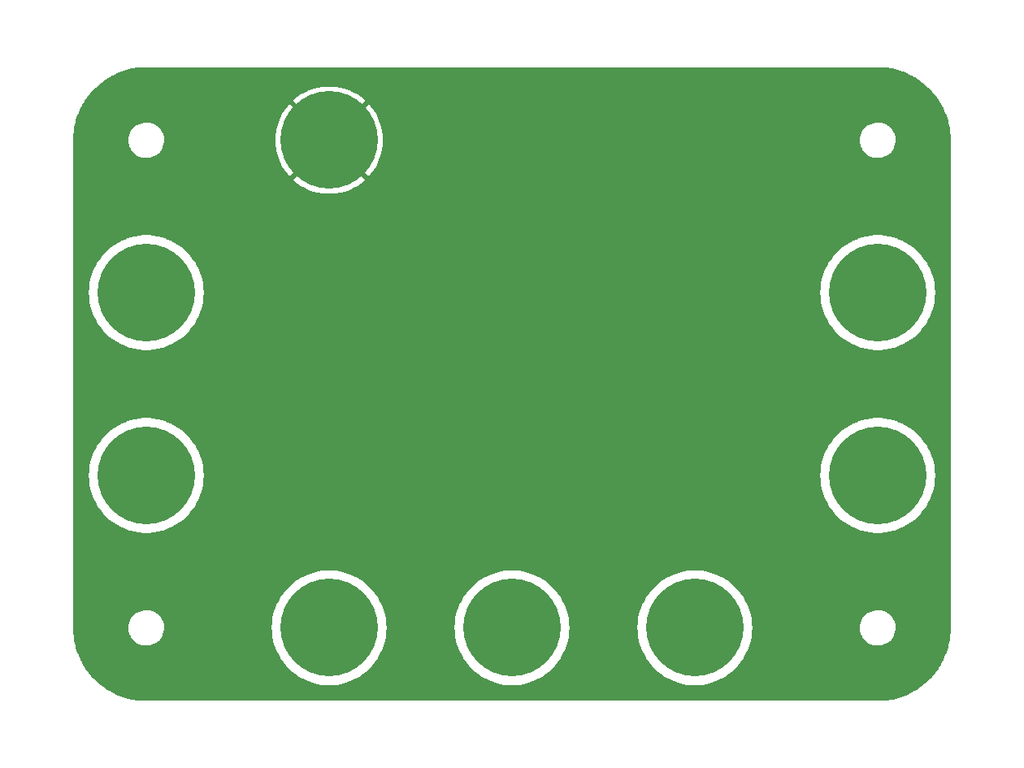
<source format=gbr>
%TF.GenerationSoftware,KiCad,Pcbnew,7.0.9*%
%TF.CreationDate,2023-11-14T16:22:47-06:00*%
%TF.ProjectId,to263-prototype,746f3236-332d-4707-926f-746f74797065,rev?*%
%TF.SameCoordinates,Original*%
%TF.FileFunction,Copper,L2,Bot*%
%TF.FilePolarity,Positive*%
%FSLAX46Y46*%
G04 Gerber Fmt 4.6, Leading zero omitted, Abs format (unit mm)*
G04 Created by KiCad (PCBNEW 7.0.9) date 2023-11-14 16:22:47*
%MOMM*%
%LPD*%
G01*
G04 APERTURE LIST*
%TA.AperFunction,ComponentPad*%
%ADD10C,10.160000*%
%TD*%
G04 APERTURE END LIST*
D10*
%TO.P,J8,1,Pin_1*%
%TO.N,GND*%
X69850000Y-50800000D03*
%TD*%
%TO.P,J4,1,Pin_1*%
%TO.N,Net-(J4-Pin_1)*%
X88900000Y-101600000D03*
%TD*%
%TO.P,J1,1,Pin_1*%
%TO.N,Net-(J1-Pin_1)*%
X50800000Y-66675000D03*
%TD*%
%TO.P,J3,1,Pin_1*%
%TO.N,Net-(J3-Pin_1)*%
X69850000Y-101600000D03*
%TD*%
%TO.P,J6,1,Pin_1*%
%TO.N,Net-(J6-Pin_1)*%
X127000000Y-85725000D03*
%TD*%
%TO.P,J5,1,Pin_1*%
%TO.N,Net-(J5-Pin_1)*%
X107950000Y-101600000D03*
%TD*%
%TO.P,J2,1,Pin_1*%
%TO.N,Net-(J2-Pin_1)*%
X50800000Y-85725000D03*
%TD*%
%TO.P,J7,1,Pin_1*%
%TO.N,Net-(J7-Pin_1)*%
X127000000Y-66675000D03*
%TD*%
%TA.AperFunction,Conductor*%
%TO.N,GND*%
G36*
X127322140Y-43191504D02*
G01*
X127522520Y-43198661D01*
X127526580Y-43198942D01*
X127814973Y-43228589D01*
X128051748Y-43254046D01*
X128055619Y-43254588D01*
X128334032Y-43302592D01*
X128575786Y-43346209D01*
X128579345Y-43346963D01*
X128841257Y-43410789D01*
X128850934Y-43413148D01*
X129092051Y-43474689D01*
X129095400Y-43475647D01*
X129360331Y-43559732D01*
X129598091Y-43638866D01*
X129601205Y-43639999D01*
X129715553Y-43685091D01*
X129858831Y-43741592D01*
X130091402Y-43837927D01*
X130094269Y-43839202D01*
X130251768Y-43914105D01*
X130343806Y-43957877D01*
X130569576Y-44070889D01*
X130572211Y-44072288D01*
X130812732Y-44207526D01*
X130898176Y-44258221D01*
X131030359Y-44336650D01*
X131032709Y-44338117D01*
X131163888Y-44424157D01*
X131263229Y-44489315D01*
X131263251Y-44489329D01*
X131472485Y-44634603D01*
X131693115Y-44801912D01*
X131891579Y-44961844D01*
X131996099Y-45052980D01*
X132100199Y-45143751D01*
X132286816Y-45317497D01*
X132482502Y-45513183D01*
X132656248Y-45699800D01*
X132708860Y-45760137D01*
X132838158Y-45908423D01*
X132947559Y-46044182D01*
X132998087Y-46106884D01*
X133165396Y-46327514D01*
X133310670Y-46536748D01*
X133461881Y-46767289D01*
X133463359Y-46769656D01*
X133592473Y-46987267D01*
X133727710Y-47227787D01*
X133729109Y-47230422D01*
X133842122Y-47456193D01*
X133960786Y-47705706D01*
X133962076Y-47708608D01*
X134058414Y-47941188D01*
X134159999Y-48198793D01*
X134161150Y-48201959D01*
X134240283Y-48439717D01*
X134324340Y-48704561D01*
X134325319Y-48707984D01*
X134386851Y-48949065D01*
X134453021Y-49220589D01*
X134453799Y-49224261D01*
X134497418Y-49466026D01*
X134545410Y-49744381D01*
X134545957Y-49748288D01*
X134571425Y-49985174D01*
X134601053Y-50273378D01*
X134601338Y-50277506D01*
X134608507Y-50478225D01*
X134619500Y-50800001D01*
X134619500Y-101599999D01*
X134608507Y-101921774D01*
X134601338Y-102122492D01*
X134601053Y-102126620D01*
X134571425Y-102414825D01*
X134545957Y-102651710D01*
X134545410Y-102655617D01*
X134497418Y-102933973D01*
X134453799Y-103175737D01*
X134453021Y-103179409D01*
X134386851Y-103450934D01*
X134325319Y-103692014D01*
X134324340Y-103695437D01*
X134240283Y-103960282D01*
X134161150Y-104198039D01*
X134160000Y-104201205D01*
X134058414Y-104458811D01*
X133962076Y-104691390D01*
X133960786Y-104694292D01*
X133842122Y-104943806D01*
X133729109Y-105169576D01*
X133727710Y-105172211D01*
X133592473Y-105412732D01*
X133463359Y-105630342D01*
X133461881Y-105632709D01*
X133310670Y-105863251D01*
X133165396Y-106072485D01*
X132998087Y-106293115D01*
X132838151Y-106491585D01*
X132656248Y-106700199D01*
X132482502Y-106886816D01*
X132286816Y-107082502D01*
X132100199Y-107256248D01*
X131891585Y-107438151D01*
X131693115Y-107598087D01*
X131472485Y-107765396D01*
X131263251Y-107910670D01*
X131032709Y-108061881D01*
X131030342Y-108063359D01*
X130812732Y-108192473D01*
X130572211Y-108327710D01*
X130569576Y-108329109D01*
X130343806Y-108442122D01*
X130094292Y-108560786D01*
X130091390Y-108562076D01*
X129858811Y-108658414D01*
X129601205Y-108760000D01*
X129598039Y-108761150D01*
X129360282Y-108840283D01*
X129095437Y-108924340D01*
X129092014Y-108925319D01*
X128850934Y-108986851D01*
X128579409Y-109053021D01*
X128575737Y-109053799D01*
X128333973Y-109097418D01*
X128055617Y-109145410D01*
X128051710Y-109145957D01*
X127814825Y-109171425D01*
X127526620Y-109201053D01*
X127522492Y-109201338D01*
X127321774Y-109208507D01*
X126999999Y-109219500D01*
X50800001Y-109219500D01*
X50478225Y-109208507D01*
X50277506Y-109201338D01*
X50273378Y-109201053D01*
X49985174Y-109171425D01*
X49748288Y-109145957D01*
X49744381Y-109145410D01*
X49466026Y-109097418D01*
X49224261Y-109053799D01*
X49220604Y-109053024D01*
X49119381Y-109028356D01*
X48949065Y-108986851D01*
X48707984Y-108925319D01*
X48704561Y-108924340D01*
X48439717Y-108840283D01*
X48201950Y-108761146D01*
X48198793Y-108759999D01*
X47941188Y-108658414D01*
X47708608Y-108562076D01*
X47705706Y-108560786D01*
X47456193Y-108442122D01*
X47230422Y-108329109D01*
X47227787Y-108327710D01*
X46987267Y-108192473D01*
X46769656Y-108063359D01*
X46767289Y-108061881D01*
X46536748Y-107910670D01*
X46327514Y-107765396D01*
X46106884Y-107598087D01*
X46023367Y-107530785D01*
X45908423Y-107438158D01*
X45760137Y-107308860D01*
X45699800Y-107256248D01*
X45513183Y-107082502D01*
X45317497Y-106886816D01*
X45143751Y-106700199D01*
X45066097Y-106611142D01*
X44961844Y-106491579D01*
X44801912Y-106293115D01*
X44634603Y-106072485D01*
X44489329Y-105863251D01*
X44338117Y-105632709D01*
X44336650Y-105630359D01*
X44207526Y-105412732D01*
X44072288Y-105172211D01*
X44070889Y-105169576D01*
X43957877Y-104943806D01*
X43918755Y-104861545D01*
X43839202Y-104694270D01*
X43837922Y-104691390D01*
X43741585Y-104458811D01*
X43639999Y-104201205D01*
X43638866Y-104198091D01*
X43559732Y-103960331D01*
X43475647Y-103695400D01*
X43474689Y-103692051D01*
X43413148Y-103450934D01*
X43402031Y-103405316D01*
X43346963Y-103179345D01*
X43346209Y-103175786D01*
X43302592Y-102934032D01*
X43254588Y-102655617D01*
X43254046Y-102651748D01*
X43228574Y-102414825D01*
X43198942Y-102126580D01*
X43198661Y-102122520D01*
X43191492Y-101921774D01*
X43182815Y-101667763D01*
X48945787Y-101667763D01*
X48975413Y-101937013D01*
X48975415Y-101937024D01*
X49024982Y-102126620D01*
X49043928Y-102199088D01*
X49149870Y-102448390D01*
X49216981Y-102558355D01*
X49290979Y-102679605D01*
X49290986Y-102679615D01*
X49464253Y-102887819D01*
X49464259Y-102887824D01*
X49515765Y-102933973D01*
X49665998Y-103068582D01*
X49891910Y-103218044D01*
X50137176Y-103333020D01*
X50137183Y-103333022D01*
X50137185Y-103333023D01*
X50396557Y-103411057D01*
X50396564Y-103411058D01*
X50396569Y-103411060D01*
X50664561Y-103450500D01*
X50664566Y-103450500D01*
X50867636Y-103450500D01*
X50919133Y-103446730D01*
X51070156Y-103435677D01*
X51206451Y-103405316D01*
X51334546Y-103376782D01*
X51334548Y-103376781D01*
X51334553Y-103376780D01*
X51587558Y-103280014D01*
X51823777Y-103147441D01*
X52038177Y-102981888D01*
X52226186Y-102786881D01*
X52383799Y-102566579D01*
X52479850Y-102379759D01*
X52507649Y-102325690D01*
X52507651Y-102325684D01*
X52507656Y-102325675D01*
X52595118Y-102069305D01*
X52644319Y-101802933D01*
X52651735Y-101600000D01*
X63875655Y-101600000D01*
X63895028Y-102080735D01*
X63909398Y-102199082D01*
X63953021Y-102558355D01*
X63953021Y-102558354D01*
X64021862Y-102895557D01*
X64049259Y-103029754D01*
X64183116Y-103491884D01*
X64340418Y-103906657D01*
X64353730Y-103941756D01*
X64362521Y-103960282D01*
X64559980Y-104376417D01*
X64741830Y-104691390D01*
X64800548Y-104793091D01*
X64856940Y-104874788D01*
X65073853Y-105189042D01*
X65378139Y-105561724D01*
X65711426Y-105908712D01*
X66071553Y-106227757D01*
X66422643Y-106491585D01*
X66456188Y-106516792D01*
X66862830Y-106773937D01*
X66862831Y-106773937D01*
X67277649Y-106991650D01*
X67288853Y-106997530D01*
X67488291Y-107082502D01*
X67731468Y-107186110D01*
X67731470Y-107186110D01*
X67731478Y-107186114D01*
X67913002Y-107246715D01*
X68187833Y-107338467D01*
X68187836Y-107338467D01*
X68187836Y-107338468D01*
X68654976Y-107453607D01*
X69129870Y-107530785D01*
X69129871Y-107530785D01*
X69609435Y-107569500D01*
X69609437Y-107569500D01*
X70090565Y-107569500D01*
X70570129Y-107530785D01*
X70570130Y-107530785D01*
X71045024Y-107453607D01*
X71512164Y-107338468D01*
X71512164Y-107338467D01*
X71512167Y-107338467D01*
X71786997Y-107246715D01*
X71968522Y-107186114D01*
X71968529Y-107186110D01*
X71968532Y-107186110D01*
X72211709Y-107082502D01*
X72411147Y-106997530D01*
X72422351Y-106991650D01*
X72837169Y-106773937D01*
X72837170Y-106773937D01*
X73243812Y-106516792D01*
X73277357Y-106491585D01*
X73628447Y-106227757D01*
X73988574Y-105908712D01*
X74321861Y-105561724D01*
X74626147Y-105189042D01*
X74843060Y-104874788D01*
X74899452Y-104793091D01*
X74958170Y-104691390D01*
X75140020Y-104376417D01*
X75337479Y-103960282D01*
X75346270Y-103941756D01*
X75359582Y-103906657D01*
X75516884Y-103491884D01*
X75650741Y-103029754D01*
X75678138Y-102895557D01*
X75746979Y-102558354D01*
X75746979Y-102558355D01*
X75790602Y-102199082D01*
X75804972Y-102080735D01*
X75824345Y-101600000D01*
X82925655Y-101600000D01*
X82945028Y-102080735D01*
X82959398Y-102199082D01*
X83003021Y-102558355D01*
X83003021Y-102558354D01*
X83071862Y-102895557D01*
X83099259Y-103029754D01*
X83233116Y-103491884D01*
X83390418Y-103906657D01*
X83403730Y-103941756D01*
X83412521Y-103960282D01*
X83609980Y-104376417D01*
X83791830Y-104691390D01*
X83850548Y-104793091D01*
X83906940Y-104874788D01*
X84123853Y-105189042D01*
X84428139Y-105561724D01*
X84761426Y-105908712D01*
X85121553Y-106227757D01*
X85472643Y-106491585D01*
X85506188Y-106516792D01*
X85912830Y-106773937D01*
X85912831Y-106773937D01*
X86327649Y-106991650D01*
X86338853Y-106997530D01*
X86538291Y-107082502D01*
X86781468Y-107186110D01*
X86781470Y-107186110D01*
X86781478Y-107186114D01*
X86963002Y-107246715D01*
X87237833Y-107338467D01*
X87237836Y-107338467D01*
X87237836Y-107338468D01*
X87704976Y-107453607D01*
X88179870Y-107530785D01*
X88179871Y-107530785D01*
X88659435Y-107569500D01*
X88659437Y-107569500D01*
X89140565Y-107569500D01*
X89620129Y-107530785D01*
X89620130Y-107530785D01*
X90095024Y-107453607D01*
X90562164Y-107338468D01*
X90562164Y-107338467D01*
X90562167Y-107338467D01*
X90836997Y-107246715D01*
X91018522Y-107186114D01*
X91018529Y-107186110D01*
X91018532Y-107186110D01*
X91261709Y-107082502D01*
X91461147Y-106997530D01*
X91472351Y-106991650D01*
X91887169Y-106773937D01*
X91887170Y-106773937D01*
X92293812Y-106516792D01*
X92327357Y-106491585D01*
X92678447Y-106227757D01*
X93038574Y-105908712D01*
X93371861Y-105561724D01*
X93676147Y-105189042D01*
X93893060Y-104874788D01*
X93949452Y-104793091D01*
X94008170Y-104691390D01*
X94190020Y-104376417D01*
X94387479Y-103960282D01*
X94396270Y-103941756D01*
X94409582Y-103906657D01*
X94566884Y-103491884D01*
X94700741Y-103029754D01*
X94728138Y-102895557D01*
X94796979Y-102558354D01*
X94796979Y-102558355D01*
X94840602Y-102199082D01*
X94854972Y-102080735D01*
X94874345Y-101600000D01*
X101975655Y-101600000D01*
X101995028Y-102080735D01*
X102009398Y-102199082D01*
X102053021Y-102558355D01*
X102053021Y-102558354D01*
X102121862Y-102895557D01*
X102149259Y-103029754D01*
X102283116Y-103491884D01*
X102440418Y-103906657D01*
X102453730Y-103941756D01*
X102462521Y-103960282D01*
X102659980Y-104376417D01*
X102841830Y-104691390D01*
X102900548Y-104793091D01*
X102956940Y-104874788D01*
X103173853Y-105189042D01*
X103478139Y-105561724D01*
X103811426Y-105908712D01*
X104171553Y-106227757D01*
X104522643Y-106491585D01*
X104556188Y-106516792D01*
X104962830Y-106773937D01*
X104962831Y-106773937D01*
X105377649Y-106991650D01*
X105388853Y-106997530D01*
X105588291Y-107082502D01*
X105831468Y-107186110D01*
X105831470Y-107186110D01*
X105831478Y-107186114D01*
X106013002Y-107246715D01*
X106287833Y-107338467D01*
X106287836Y-107338467D01*
X106287836Y-107338468D01*
X106754976Y-107453607D01*
X107229870Y-107530785D01*
X107229871Y-107530785D01*
X107709435Y-107569500D01*
X107709437Y-107569500D01*
X108190565Y-107569500D01*
X108670129Y-107530785D01*
X108670130Y-107530785D01*
X109145024Y-107453607D01*
X109612164Y-107338468D01*
X109612164Y-107338467D01*
X109612167Y-107338467D01*
X109886997Y-107246715D01*
X110068522Y-107186114D01*
X110068529Y-107186110D01*
X110068532Y-107186110D01*
X110311709Y-107082502D01*
X110511147Y-106997530D01*
X110522351Y-106991650D01*
X110937169Y-106773937D01*
X110937170Y-106773937D01*
X111343812Y-106516792D01*
X111377357Y-106491585D01*
X111728447Y-106227757D01*
X112088574Y-105908712D01*
X112421861Y-105561724D01*
X112726147Y-105189042D01*
X112943060Y-104874788D01*
X112999452Y-104793091D01*
X113058170Y-104691390D01*
X113240020Y-104376417D01*
X113437479Y-103960282D01*
X113446270Y-103941756D01*
X113459582Y-103906657D01*
X113616884Y-103491884D01*
X113750741Y-103029754D01*
X113778138Y-102895557D01*
X113846979Y-102558354D01*
X113846979Y-102558355D01*
X113890602Y-102199082D01*
X113904972Y-102080735D01*
X113921614Y-101667763D01*
X125145787Y-101667763D01*
X125175413Y-101937013D01*
X125175415Y-101937024D01*
X125224982Y-102126620D01*
X125243928Y-102199088D01*
X125349870Y-102448390D01*
X125416981Y-102558355D01*
X125490979Y-102679605D01*
X125490986Y-102679615D01*
X125664253Y-102887819D01*
X125664259Y-102887824D01*
X125715765Y-102933973D01*
X125865998Y-103068582D01*
X126091910Y-103218044D01*
X126337176Y-103333020D01*
X126337183Y-103333022D01*
X126337185Y-103333023D01*
X126596557Y-103411057D01*
X126596564Y-103411058D01*
X126596569Y-103411060D01*
X126864561Y-103450500D01*
X126864566Y-103450500D01*
X127067636Y-103450500D01*
X127119133Y-103446730D01*
X127270156Y-103435677D01*
X127406451Y-103405316D01*
X127534546Y-103376782D01*
X127534548Y-103376781D01*
X127534553Y-103376780D01*
X127787558Y-103280014D01*
X128023777Y-103147441D01*
X128238177Y-102981888D01*
X128426186Y-102786881D01*
X128583799Y-102566579D01*
X128679850Y-102379759D01*
X128707649Y-102325690D01*
X128707651Y-102325684D01*
X128707656Y-102325675D01*
X128795118Y-102069305D01*
X128844319Y-101802933D01*
X128854212Y-101532235D01*
X128824586Y-101262982D01*
X128756072Y-101000912D01*
X128650130Y-100751610D01*
X128509018Y-100520390D01*
X128419747Y-100413119D01*
X128335746Y-100312180D01*
X128335740Y-100312175D01*
X128134002Y-100131418D01*
X127908092Y-99981957D01*
X127908090Y-99981956D01*
X127662824Y-99866980D01*
X127662819Y-99866978D01*
X127662814Y-99866976D01*
X127403442Y-99788942D01*
X127403428Y-99788939D01*
X127287791Y-99771921D01*
X127135439Y-99749500D01*
X126932369Y-99749500D01*
X126932364Y-99749500D01*
X126729844Y-99764323D01*
X126729831Y-99764325D01*
X126465453Y-99823217D01*
X126465446Y-99823220D01*
X126212439Y-99919987D01*
X125976226Y-100052557D01*
X125761822Y-100218112D01*
X125573822Y-100413109D01*
X125573816Y-100413116D01*
X125416202Y-100633419D01*
X125416199Y-100633424D01*
X125292350Y-100874309D01*
X125292343Y-100874327D01*
X125204884Y-101130685D01*
X125204881Y-101130699D01*
X125155681Y-101397068D01*
X125155680Y-101397075D01*
X125145787Y-101667763D01*
X113921614Y-101667763D01*
X113924345Y-101600000D01*
X113904972Y-101119265D01*
X113846979Y-100641648D01*
X113846979Y-100641646D01*
X113846978Y-100641645D01*
X113750740Y-100170241D01*
X113616884Y-99708116D01*
X113446275Y-99258256D01*
X113446272Y-99258251D01*
X113446270Y-99258244D01*
X113333599Y-99020797D01*
X113240020Y-98823583D01*
X112999457Y-98406917D01*
X112999454Y-98406913D01*
X112999452Y-98406909D01*
X112911359Y-98279285D01*
X112726147Y-98010958D01*
X112421861Y-97638276D01*
X112088574Y-97291288D01*
X111728447Y-96972243D01*
X111343815Y-96683210D01*
X110937173Y-96426065D01*
X110937170Y-96426063D01*
X110937169Y-96426063D01*
X110511147Y-96202470D01*
X110183872Y-96063031D01*
X110068532Y-96013890D01*
X110068529Y-96013889D01*
X110068522Y-96013886D01*
X109886997Y-95953284D01*
X109612167Y-95861533D01*
X109612164Y-95861532D01*
X109145024Y-95746393D01*
X108670130Y-95669215D01*
X108670129Y-95669215D01*
X108190565Y-95630500D01*
X108190563Y-95630500D01*
X107709437Y-95630500D01*
X107709435Y-95630500D01*
X107229871Y-95669215D01*
X107229870Y-95669215D01*
X106754976Y-95746393D01*
X106287836Y-95861532D01*
X106287833Y-95861533D01*
X106013002Y-95953284D01*
X105831478Y-96013886D01*
X105831470Y-96013889D01*
X105831468Y-96013890D01*
X105716128Y-96063031D01*
X105388853Y-96202470D01*
X104962832Y-96426063D01*
X104962831Y-96426063D01*
X104962828Y-96426065D01*
X104556185Y-96683210D01*
X104171553Y-96972243D01*
X103811426Y-97291288D01*
X103478139Y-97638276D01*
X103173853Y-98010958D01*
X102988640Y-98279285D01*
X102900548Y-98406909D01*
X102900545Y-98406913D01*
X102900543Y-98406917D01*
X102659980Y-98823583D01*
X102566400Y-99020797D01*
X102453730Y-99258244D01*
X102453727Y-99258251D01*
X102453725Y-99258256D01*
X102283116Y-99708116D01*
X102149260Y-100170241D01*
X102053021Y-100641645D01*
X102053021Y-100641646D01*
X102053021Y-100641648D01*
X101995028Y-101119265D01*
X101975655Y-101600000D01*
X94874345Y-101600000D01*
X94854972Y-101119265D01*
X94796979Y-100641648D01*
X94796979Y-100641646D01*
X94796978Y-100641645D01*
X94700740Y-100170241D01*
X94566884Y-99708116D01*
X94396275Y-99258256D01*
X94396272Y-99258251D01*
X94396270Y-99258244D01*
X94283599Y-99020797D01*
X94190020Y-98823583D01*
X93949457Y-98406917D01*
X93949454Y-98406913D01*
X93949452Y-98406909D01*
X93861359Y-98279285D01*
X93676147Y-98010958D01*
X93371861Y-97638276D01*
X93038574Y-97291288D01*
X92678447Y-96972243D01*
X92293815Y-96683210D01*
X91887173Y-96426065D01*
X91887170Y-96426063D01*
X91887169Y-96426063D01*
X91461147Y-96202470D01*
X91133872Y-96063031D01*
X91018532Y-96013890D01*
X91018529Y-96013889D01*
X91018522Y-96013886D01*
X90836997Y-95953284D01*
X90562167Y-95861533D01*
X90562164Y-95861532D01*
X90095024Y-95746393D01*
X89620130Y-95669215D01*
X89620129Y-95669215D01*
X89140565Y-95630500D01*
X89140563Y-95630500D01*
X88659437Y-95630500D01*
X88659435Y-95630500D01*
X88179871Y-95669215D01*
X88179870Y-95669215D01*
X87704976Y-95746393D01*
X87237836Y-95861532D01*
X87237833Y-95861533D01*
X86963002Y-95953284D01*
X86781478Y-96013886D01*
X86781470Y-96013889D01*
X86781468Y-96013890D01*
X86666128Y-96063031D01*
X86338853Y-96202470D01*
X85912832Y-96426063D01*
X85912831Y-96426063D01*
X85912828Y-96426065D01*
X85506185Y-96683210D01*
X85121553Y-96972243D01*
X84761426Y-97291288D01*
X84428139Y-97638276D01*
X84123853Y-98010958D01*
X83938640Y-98279285D01*
X83850548Y-98406909D01*
X83850545Y-98406913D01*
X83850543Y-98406917D01*
X83609980Y-98823583D01*
X83516400Y-99020797D01*
X83403730Y-99258244D01*
X83403727Y-99258251D01*
X83403725Y-99258256D01*
X83233116Y-99708116D01*
X83099260Y-100170241D01*
X83003021Y-100641645D01*
X83003021Y-100641646D01*
X83003021Y-100641648D01*
X82945028Y-101119265D01*
X82925655Y-101600000D01*
X75824345Y-101600000D01*
X75804972Y-101119265D01*
X75746979Y-100641648D01*
X75746979Y-100641646D01*
X75746978Y-100641645D01*
X75650740Y-100170241D01*
X75516884Y-99708116D01*
X75346275Y-99258256D01*
X75346272Y-99258251D01*
X75346270Y-99258244D01*
X75233599Y-99020797D01*
X75140020Y-98823583D01*
X74899457Y-98406917D01*
X74899454Y-98406913D01*
X74899452Y-98406909D01*
X74811359Y-98279285D01*
X74626147Y-98010958D01*
X74321861Y-97638276D01*
X73988574Y-97291288D01*
X73628447Y-96972243D01*
X73243815Y-96683210D01*
X72837173Y-96426065D01*
X72837170Y-96426063D01*
X72837169Y-96426063D01*
X72411147Y-96202470D01*
X72083872Y-96063031D01*
X71968532Y-96013890D01*
X71968529Y-96013889D01*
X71968522Y-96013886D01*
X71786997Y-95953284D01*
X71512167Y-95861533D01*
X71512164Y-95861532D01*
X71045024Y-95746393D01*
X70570130Y-95669215D01*
X70570129Y-95669215D01*
X70090565Y-95630500D01*
X70090563Y-95630500D01*
X69609437Y-95630500D01*
X69609435Y-95630500D01*
X69129871Y-95669215D01*
X69129870Y-95669215D01*
X68654976Y-95746393D01*
X68187836Y-95861532D01*
X68187833Y-95861533D01*
X67913002Y-95953284D01*
X67731478Y-96013886D01*
X67731470Y-96013889D01*
X67731468Y-96013890D01*
X67616128Y-96063031D01*
X67288853Y-96202470D01*
X66862832Y-96426063D01*
X66862831Y-96426063D01*
X66862828Y-96426065D01*
X66456185Y-96683210D01*
X66071553Y-96972243D01*
X65711426Y-97291288D01*
X65378139Y-97638276D01*
X65073853Y-98010958D01*
X64888640Y-98279285D01*
X64800548Y-98406909D01*
X64800545Y-98406913D01*
X64800543Y-98406917D01*
X64559980Y-98823583D01*
X64466400Y-99020797D01*
X64353730Y-99258244D01*
X64353727Y-99258251D01*
X64353725Y-99258256D01*
X64183116Y-99708116D01*
X64049260Y-100170241D01*
X63953021Y-100641645D01*
X63953021Y-100641646D01*
X63953021Y-100641648D01*
X63895028Y-101119265D01*
X63875655Y-101600000D01*
X52651735Y-101600000D01*
X52654212Y-101532235D01*
X52624586Y-101262982D01*
X52556072Y-101000912D01*
X52450130Y-100751610D01*
X52309018Y-100520390D01*
X52219747Y-100413119D01*
X52135746Y-100312180D01*
X52135740Y-100312175D01*
X51934002Y-100131418D01*
X51708092Y-99981957D01*
X51708090Y-99981956D01*
X51462824Y-99866980D01*
X51462819Y-99866978D01*
X51462814Y-99866976D01*
X51203442Y-99788942D01*
X51203428Y-99788939D01*
X51087791Y-99771921D01*
X50935439Y-99749500D01*
X50732369Y-99749500D01*
X50732364Y-99749500D01*
X50529844Y-99764323D01*
X50529831Y-99764325D01*
X50265453Y-99823217D01*
X50265446Y-99823220D01*
X50012439Y-99919987D01*
X49776226Y-100052557D01*
X49561822Y-100218112D01*
X49373822Y-100413109D01*
X49373816Y-100413116D01*
X49216202Y-100633419D01*
X49216199Y-100633424D01*
X49092350Y-100874309D01*
X49092343Y-100874327D01*
X49004884Y-101130685D01*
X49004881Y-101130699D01*
X48955681Y-101397068D01*
X48955680Y-101397075D01*
X48945787Y-101667763D01*
X43182815Y-101667763D01*
X43180500Y-101600000D01*
X43180500Y-101599500D01*
X43180500Y-85725001D01*
X44825655Y-85725001D01*
X44845028Y-86205734D01*
X44903021Y-86683355D01*
X44903021Y-86683354D01*
X44999259Y-87154754D01*
X45133116Y-87616884D01*
X45133119Y-87616893D01*
X45303730Y-88066756D01*
X45416400Y-88304202D01*
X45509980Y-88501417D01*
X45509982Y-88501420D01*
X45750548Y-88918091D01*
X45838640Y-89045714D01*
X46023853Y-89314042D01*
X46328139Y-89686724D01*
X46328142Y-89686727D01*
X46661427Y-90033713D01*
X47021553Y-90352757D01*
X47406188Y-90641792D01*
X47812830Y-90898937D01*
X47812831Y-90898937D01*
X48238853Y-91122530D01*
X48566128Y-91261968D01*
X48681468Y-91311110D01*
X48681470Y-91311110D01*
X48681478Y-91311114D01*
X48863002Y-91371715D01*
X49137833Y-91463467D01*
X49137836Y-91463467D01*
X49137836Y-91463468D01*
X49604976Y-91578607D01*
X50079870Y-91655785D01*
X50079871Y-91655785D01*
X50559435Y-91694500D01*
X50559437Y-91694500D01*
X51040565Y-91694500D01*
X51520129Y-91655785D01*
X51520130Y-91655785D01*
X51995024Y-91578607D01*
X52462164Y-91463468D01*
X52462164Y-91463467D01*
X52462167Y-91463467D01*
X52736997Y-91371715D01*
X52918522Y-91311114D01*
X52918529Y-91311110D01*
X52918532Y-91311110D01*
X53033872Y-91261968D01*
X53361147Y-91122530D01*
X53787169Y-90898937D01*
X53787170Y-90898937D01*
X54193812Y-90641792D01*
X54578447Y-90352757D01*
X54938573Y-90033713D01*
X55271858Y-89686727D01*
X55271857Y-89686727D01*
X55271861Y-89686724D01*
X55576147Y-89314042D01*
X55761359Y-89045714D01*
X55849452Y-88918091D01*
X56090018Y-88501420D01*
X56090020Y-88501417D01*
X56183599Y-88304202D01*
X56296270Y-88066756D01*
X56466881Y-87616893D01*
X56466884Y-87616884D01*
X56600741Y-87154754D01*
X56696979Y-86683354D01*
X56696979Y-86683355D01*
X56754972Y-86205734D01*
X56774345Y-85725001D01*
X121025655Y-85725001D01*
X121045028Y-86205734D01*
X121103021Y-86683355D01*
X121103021Y-86683354D01*
X121199259Y-87154754D01*
X121333116Y-87616884D01*
X121333119Y-87616893D01*
X121503730Y-88066756D01*
X121616400Y-88304202D01*
X121709980Y-88501417D01*
X121709982Y-88501420D01*
X121950548Y-88918091D01*
X122038640Y-89045714D01*
X122223853Y-89314042D01*
X122528139Y-89686724D01*
X122528142Y-89686727D01*
X122861427Y-90033713D01*
X123221553Y-90352757D01*
X123606188Y-90641792D01*
X124012830Y-90898937D01*
X124012831Y-90898937D01*
X124438853Y-91122530D01*
X124766128Y-91261968D01*
X124881468Y-91311110D01*
X124881470Y-91311110D01*
X124881478Y-91311114D01*
X125063002Y-91371715D01*
X125337833Y-91463467D01*
X125337836Y-91463467D01*
X125337836Y-91463468D01*
X125804976Y-91578607D01*
X126279870Y-91655785D01*
X126279871Y-91655785D01*
X126759435Y-91694500D01*
X126759437Y-91694500D01*
X127240565Y-91694500D01*
X127720129Y-91655785D01*
X127720130Y-91655785D01*
X128195024Y-91578607D01*
X128662164Y-91463468D01*
X128662164Y-91463467D01*
X128662167Y-91463467D01*
X128936997Y-91371715D01*
X129118522Y-91311114D01*
X129118529Y-91311110D01*
X129118532Y-91311110D01*
X129233872Y-91261968D01*
X129561147Y-91122530D01*
X129987169Y-90898937D01*
X129987170Y-90898937D01*
X130393812Y-90641792D01*
X130778447Y-90352757D01*
X131138573Y-90033713D01*
X131471858Y-89686727D01*
X131471857Y-89686727D01*
X131471861Y-89686724D01*
X131776147Y-89314042D01*
X131961359Y-89045714D01*
X132049452Y-88918091D01*
X132290018Y-88501420D01*
X132290020Y-88501417D01*
X132383599Y-88304202D01*
X132496270Y-88066756D01*
X132666881Y-87616893D01*
X132666884Y-87616884D01*
X132800741Y-87154754D01*
X132896979Y-86683354D01*
X132896979Y-86683355D01*
X132954972Y-86205734D01*
X132974345Y-85725001D01*
X132974345Y-85724999D01*
X132954972Y-85244266D01*
X132896979Y-84766645D01*
X132896979Y-84766646D01*
X132800740Y-84295241D01*
X132666884Y-83833116D01*
X132496275Y-83383256D01*
X132496272Y-83383251D01*
X132496270Y-83383244D01*
X132383599Y-83145797D01*
X132290020Y-82948583D01*
X132049457Y-82531917D01*
X132049454Y-82531913D01*
X132049452Y-82531909D01*
X131961359Y-82404285D01*
X131776147Y-82135958D01*
X131471861Y-81763276D01*
X131138574Y-81416288D01*
X130778447Y-81097243D01*
X130393815Y-80808210D01*
X129987173Y-80551065D01*
X129987170Y-80551063D01*
X129987169Y-80551063D01*
X129561147Y-80327470D01*
X129233872Y-80188031D01*
X129118532Y-80138890D01*
X129118529Y-80138889D01*
X129118522Y-80138886D01*
X128936997Y-80078284D01*
X128662167Y-79986533D01*
X128662164Y-79986532D01*
X128195024Y-79871393D01*
X127720130Y-79794215D01*
X127720129Y-79794215D01*
X127240565Y-79755500D01*
X127240563Y-79755500D01*
X126759437Y-79755500D01*
X126759435Y-79755500D01*
X126279871Y-79794215D01*
X126279870Y-79794215D01*
X125804976Y-79871393D01*
X125337836Y-79986532D01*
X125337833Y-79986533D01*
X125063002Y-80078284D01*
X124881478Y-80138886D01*
X124881470Y-80138889D01*
X124881468Y-80138890D01*
X124766128Y-80188031D01*
X124438853Y-80327470D01*
X124012832Y-80551063D01*
X124012831Y-80551063D01*
X124012828Y-80551065D01*
X123606185Y-80808210D01*
X123221553Y-81097243D01*
X122861426Y-81416288D01*
X122528139Y-81763276D01*
X122223853Y-82135958D01*
X122038640Y-82404285D01*
X121950548Y-82531909D01*
X121950545Y-82531913D01*
X121950543Y-82531917D01*
X121709980Y-82948583D01*
X121616400Y-83145797D01*
X121503730Y-83383244D01*
X121503727Y-83383251D01*
X121503725Y-83383256D01*
X121333116Y-83833116D01*
X121199260Y-84295241D01*
X121103021Y-84766646D01*
X121103021Y-84766645D01*
X121045028Y-85244266D01*
X121025655Y-85724999D01*
X121025655Y-85725001D01*
X56774345Y-85725001D01*
X56774345Y-85724999D01*
X56754972Y-85244266D01*
X56696979Y-84766645D01*
X56696979Y-84766646D01*
X56600740Y-84295241D01*
X56466884Y-83833116D01*
X56296275Y-83383256D01*
X56296272Y-83383251D01*
X56296270Y-83383244D01*
X56183599Y-83145797D01*
X56090020Y-82948583D01*
X55849457Y-82531917D01*
X55849454Y-82531913D01*
X55849452Y-82531909D01*
X55761359Y-82404285D01*
X55576147Y-82135958D01*
X55271861Y-81763276D01*
X54938574Y-81416288D01*
X54578447Y-81097243D01*
X54193815Y-80808210D01*
X53787173Y-80551065D01*
X53787170Y-80551063D01*
X53787169Y-80551063D01*
X53361147Y-80327470D01*
X53033872Y-80188031D01*
X52918532Y-80138890D01*
X52918529Y-80138889D01*
X52918522Y-80138886D01*
X52736997Y-80078284D01*
X52462167Y-79986533D01*
X52462164Y-79986532D01*
X51995024Y-79871393D01*
X51520130Y-79794215D01*
X51520129Y-79794215D01*
X51040565Y-79755500D01*
X51040563Y-79755500D01*
X50559437Y-79755500D01*
X50559435Y-79755500D01*
X50079871Y-79794215D01*
X50079870Y-79794215D01*
X49604976Y-79871393D01*
X49137836Y-79986532D01*
X49137833Y-79986533D01*
X48863002Y-80078284D01*
X48681478Y-80138886D01*
X48681470Y-80138889D01*
X48681468Y-80138890D01*
X48566128Y-80188031D01*
X48238853Y-80327470D01*
X47812832Y-80551063D01*
X47812831Y-80551063D01*
X47812828Y-80551065D01*
X47406185Y-80808210D01*
X47021553Y-81097243D01*
X46661426Y-81416288D01*
X46328139Y-81763276D01*
X46023853Y-82135958D01*
X45838640Y-82404285D01*
X45750548Y-82531909D01*
X45750545Y-82531913D01*
X45750543Y-82531917D01*
X45509980Y-82948583D01*
X45416400Y-83145797D01*
X45303730Y-83383244D01*
X45303727Y-83383251D01*
X45303725Y-83383256D01*
X45133116Y-83833116D01*
X44999260Y-84295241D01*
X44903021Y-84766646D01*
X44903021Y-84766645D01*
X44845028Y-85244266D01*
X44825655Y-85724999D01*
X44825655Y-85725001D01*
X43180500Y-85725001D01*
X43180500Y-66675001D01*
X44825655Y-66675001D01*
X44845028Y-67155734D01*
X44903021Y-67633355D01*
X44903021Y-67633354D01*
X44999259Y-68104754D01*
X45133116Y-68566884D01*
X45133119Y-68566893D01*
X45303730Y-69016756D01*
X45416400Y-69254202D01*
X45509980Y-69451417D01*
X45509982Y-69451420D01*
X45750548Y-69868091D01*
X45838640Y-69995714D01*
X46023853Y-70264042D01*
X46328139Y-70636724D01*
X46328142Y-70636727D01*
X46661427Y-70983713D01*
X47021553Y-71302757D01*
X47406188Y-71591792D01*
X47812830Y-71848937D01*
X47812831Y-71848937D01*
X48238853Y-72072530D01*
X48566128Y-72211968D01*
X48681468Y-72261110D01*
X48681470Y-72261110D01*
X48681478Y-72261114D01*
X48863002Y-72321715D01*
X49137833Y-72413467D01*
X49137836Y-72413467D01*
X49137836Y-72413468D01*
X49604976Y-72528607D01*
X50079870Y-72605785D01*
X50079871Y-72605785D01*
X50559435Y-72644500D01*
X50559437Y-72644500D01*
X51040565Y-72644500D01*
X51520129Y-72605785D01*
X51520130Y-72605785D01*
X51995024Y-72528607D01*
X52462164Y-72413468D01*
X52462164Y-72413467D01*
X52462167Y-72413467D01*
X52736997Y-72321715D01*
X52918522Y-72261114D01*
X52918529Y-72261110D01*
X52918532Y-72261110D01*
X53033872Y-72211968D01*
X53361147Y-72072530D01*
X53787169Y-71848937D01*
X53787170Y-71848937D01*
X54193812Y-71591792D01*
X54578447Y-71302757D01*
X54938573Y-70983713D01*
X55271858Y-70636727D01*
X55271857Y-70636727D01*
X55271861Y-70636724D01*
X55576147Y-70264042D01*
X55761359Y-69995714D01*
X55849452Y-69868091D01*
X56090018Y-69451420D01*
X56090020Y-69451417D01*
X56183599Y-69254202D01*
X56296270Y-69016756D01*
X56466881Y-68566893D01*
X56466884Y-68566884D01*
X56600741Y-68104754D01*
X56696979Y-67633354D01*
X56696979Y-67633355D01*
X56754972Y-67155734D01*
X56774345Y-66675001D01*
X121025655Y-66675001D01*
X121045028Y-67155734D01*
X121103021Y-67633355D01*
X121103021Y-67633354D01*
X121199259Y-68104754D01*
X121333116Y-68566884D01*
X121333119Y-68566893D01*
X121503730Y-69016756D01*
X121616400Y-69254202D01*
X121709980Y-69451417D01*
X121709982Y-69451420D01*
X121950548Y-69868091D01*
X122038640Y-69995714D01*
X122223853Y-70264042D01*
X122528139Y-70636724D01*
X122528142Y-70636727D01*
X122861427Y-70983713D01*
X123221553Y-71302757D01*
X123606188Y-71591792D01*
X124012830Y-71848937D01*
X124012831Y-71848937D01*
X124438853Y-72072530D01*
X124766128Y-72211968D01*
X124881468Y-72261110D01*
X124881470Y-72261110D01*
X124881478Y-72261114D01*
X125063002Y-72321715D01*
X125337833Y-72413467D01*
X125337836Y-72413467D01*
X125337836Y-72413468D01*
X125804976Y-72528607D01*
X126279870Y-72605785D01*
X126279871Y-72605785D01*
X126759435Y-72644500D01*
X126759437Y-72644500D01*
X127240565Y-72644500D01*
X127720129Y-72605785D01*
X127720130Y-72605785D01*
X128195024Y-72528607D01*
X128662164Y-72413468D01*
X128662164Y-72413467D01*
X128662167Y-72413467D01*
X128936997Y-72321715D01*
X129118522Y-72261114D01*
X129118529Y-72261110D01*
X129118532Y-72261110D01*
X129233872Y-72211968D01*
X129561147Y-72072530D01*
X129987169Y-71848937D01*
X129987170Y-71848937D01*
X130393812Y-71591792D01*
X130778447Y-71302757D01*
X131138573Y-70983713D01*
X131471858Y-70636727D01*
X131471857Y-70636727D01*
X131471861Y-70636724D01*
X131776147Y-70264042D01*
X131961359Y-69995714D01*
X132049452Y-69868091D01*
X132290018Y-69451420D01*
X132290020Y-69451417D01*
X132383599Y-69254202D01*
X132496270Y-69016756D01*
X132666881Y-68566893D01*
X132666884Y-68566884D01*
X132800741Y-68104754D01*
X132896979Y-67633354D01*
X132896979Y-67633355D01*
X132954972Y-67155734D01*
X132974345Y-66675001D01*
X132974345Y-66674999D01*
X132954972Y-66194266D01*
X132896979Y-65716645D01*
X132896979Y-65716646D01*
X132800740Y-65245241D01*
X132666884Y-64783116D01*
X132496275Y-64333256D01*
X132496272Y-64333251D01*
X132496270Y-64333244D01*
X132383599Y-64095797D01*
X132290020Y-63898583D01*
X132049457Y-63481917D01*
X132049454Y-63481913D01*
X132049452Y-63481909D01*
X131961359Y-63354285D01*
X131776147Y-63085958D01*
X131471861Y-62713276D01*
X131138574Y-62366288D01*
X130778447Y-62047243D01*
X130393815Y-61758210D01*
X129987173Y-61501065D01*
X129987170Y-61501063D01*
X129987169Y-61501063D01*
X129561147Y-61277470D01*
X129233872Y-61138031D01*
X129118532Y-61088890D01*
X129118529Y-61088889D01*
X129118522Y-61088886D01*
X128936997Y-61028284D01*
X128662167Y-60936533D01*
X128662164Y-60936532D01*
X128195024Y-60821393D01*
X127720130Y-60744215D01*
X127720129Y-60744215D01*
X127240565Y-60705500D01*
X127240563Y-60705500D01*
X126759437Y-60705500D01*
X126759435Y-60705500D01*
X126279871Y-60744215D01*
X126279870Y-60744215D01*
X125804976Y-60821393D01*
X125337836Y-60936532D01*
X125337833Y-60936533D01*
X125063002Y-61028284D01*
X124881478Y-61088886D01*
X124881470Y-61088889D01*
X124881468Y-61088890D01*
X124766128Y-61138031D01*
X124438853Y-61277470D01*
X124012832Y-61501063D01*
X124012831Y-61501063D01*
X124012828Y-61501065D01*
X123606185Y-61758210D01*
X123221553Y-62047243D01*
X122861426Y-62366288D01*
X122528139Y-62713276D01*
X122223853Y-63085958D01*
X122038640Y-63354285D01*
X121950548Y-63481909D01*
X121950545Y-63481913D01*
X121950543Y-63481917D01*
X121709980Y-63898583D01*
X121616400Y-64095797D01*
X121503730Y-64333244D01*
X121503727Y-64333251D01*
X121503725Y-64333256D01*
X121333116Y-64783116D01*
X121199260Y-65245241D01*
X121103021Y-65716646D01*
X121103021Y-65716645D01*
X121045028Y-66194266D01*
X121025655Y-66674999D01*
X121025655Y-66675001D01*
X56774345Y-66675001D01*
X56774345Y-66674999D01*
X56754972Y-66194266D01*
X56696979Y-65716645D01*
X56696979Y-65716646D01*
X56600740Y-65245241D01*
X56466884Y-64783116D01*
X56296275Y-64333256D01*
X56296272Y-64333251D01*
X56296270Y-64333244D01*
X56183599Y-64095797D01*
X56090020Y-63898583D01*
X55849457Y-63481917D01*
X55849454Y-63481913D01*
X55849452Y-63481909D01*
X55761359Y-63354285D01*
X55576147Y-63085958D01*
X55271861Y-62713276D01*
X54938574Y-62366288D01*
X54578447Y-62047243D01*
X54193815Y-61758210D01*
X53787173Y-61501065D01*
X53787170Y-61501063D01*
X53787169Y-61501063D01*
X53361147Y-61277470D01*
X53033872Y-61138031D01*
X52918532Y-61088890D01*
X52918529Y-61088889D01*
X52918522Y-61088886D01*
X52736997Y-61028284D01*
X52462167Y-60936533D01*
X52462164Y-60936532D01*
X51995024Y-60821393D01*
X51520130Y-60744215D01*
X51520129Y-60744215D01*
X51040565Y-60705500D01*
X51040563Y-60705500D01*
X50559437Y-60705500D01*
X50559435Y-60705500D01*
X50079871Y-60744215D01*
X50079870Y-60744215D01*
X49604976Y-60821393D01*
X49137836Y-60936532D01*
X49137833Y-60936533D01*
X48863002Y-61028284D01*
X48681478Y-61088886D01*
X48681470Y-61088889D01*
X48681468Y-61088890D01*
X48566128Y-61138031D01*
X48238853Y-61277470D01*
X47812832Y-61501063D01*
X47812831Y-61501063D01*
X47812828Y-61501065D01*
X47406185Y-61758210D01*
X47021553Y-62047243D01*
X46661426Y-62366288D01*
X46328139Y-62713276D01*
X46023853Y-63085958D01*
X45838640Y-63354285D01*
X45750548Y-63481909D01*
X45750545Y-63481913D01*
X45750543Y-63481917D01*
X45509980Y-63898583D01*
X45416400Y-64095797D01*
X45303730Y-64333244D01*
X45303727Y-64333251D01*
X45303725Y-64333256D01*
X45133116Y-64783116D01*
X44999260Y-65245241D01*
X44903021Y-65716646D01*
X44903021Y-65716645D01*
X44845028Y-66194266D01*
X44825655Y-66674999D01*
X44825655Y-66675001D01*
X43180500Y-66675001D01*
X43180500Y-50867763D01*
X48945787Y-50867763D01*
X48975413Y-51137013D01*
X48975415Y-51137024D01*
X49011131Y-51273638D01*
X49043928Y-51399088D01*
X49149870Y-51648390D01*
X49221998Y-51766575D01*
X49290979Y-51879605D01*
X49290986Y-51879615D01*
X49464253Y-52087819D01*
X49464259Y-52087824D01*
X49618094Y-52225660D01*
X49665998Y-52268582D01*
X49891910Y-52418044D01*
X50137176Y-52533020D01*
X50137183Y-52533022D01*
X50137185Y-52533023D01*
X50396557Y-52611057D01*
X50396564Y-52611058D01*
X50396569Y-52611060D01*
X50664561Y-52650500D01*
X50664566Y-52650500D01*
X50867636Y-52650500D01*
X50919133Y-52646730D01*
X51070156Y-52635677D01*
X51182758Y-52610593D01*
X51334546Y-52576782D01*
X51334548Y-52576781D01*
X51334553Y-52576780D01*
X51587558Y-52480014D01*
X51823777Y-52347441D01*
X52038177Y-52181888D01*
X52226186Y-51986881D01*
X52383799Y-51766579D01*
X52457787Y-51622669D01*
X52507649Y-51525690D01*
X52507651Y-51525684D01*
X52507656Y-51525675D01*
X52595118Y-51269305D01*
X52644319Y-51002933D01*
X52651735Y-50800001D01*
X64264968Y-50800001D01*
X64285087Y-51273638D01*
X64345304Y-51743873D01*
X64345304Y-51743872D01*
X64445183Y-52207313D01*
X64584000Y-52660598D01*
X64584000Y-52660599D01*
X64760759Y-53100480D01*
X64760759Y-53100481D01*
X64974185Y-53523787D01*
X65222748Y-53927479D01*
X65504647Y-54308631D01*
X65504646Y-54308631D01*
X65730825Y-54565620D01*
X67521458Y-52774987D01*
X67541199Y-52800588D01*
X67784298Y-53050731D01*
X67877010Y-53126541D01*
X66083984Y-54919568D01*
X66160116Y-54992534D01*
X66528957Y-55290351D01*
X66921727Y-55555817D01*
X66921728Y-55555818D01*
X67335596Y-55787018D01*
X67767585Y-55982291D01*
X67767585Y-55982290D01*
X68214579Y-56140224D01*
X68214579Y-56140223D01*
X68673347Y-56259676D01*
X69140603Y-56339796D01*
X69612960Y-56380000D01*
X70087040Y-56380000D01*
X70559397Y-56339796D01*
X71026653Y-56259676D01*
X71485421Y-56140223D01*
X71485421Y-56140224D01*
X71932415Y-55982290D01*
X71932415Y-55982291D01*
X72364404Y-55787018D01*
X72778272Y-55555818D01*
X72778273Y-55555817D01*
X73171043Y-55290351D01*
X73539891Y-54992527D01*
X73539890Y-54992528D01*
X73616014Y-54919568D01*
X71824301Y-53127855D01*
X72040825Y-52929132D01*
X72176317Y-52772764D01*
X73969173Y-54565620D01*
X73969174Y-54565620D01*
X74195349Y-54308637D01*
X74477252Y-53927479D01*
X74725815Y-53523787D01*
X74939241Y-53100481D01*
X74939241Y-53100480D01*
X75116000Y-52660599D01*
X75116000Y-52660598D01*
X75254817Y-52207313D01*
X75354696Y-51743872D01*
X75354696Y-51743873D01*
X75414913Y-51273638D01*
X75432154Y-50867763D01*
X125145787Y-50867763D01*
X125175413Y-51137013D01*
X125175415Y-51137024D01*
X125211131Y-51273638D01*
X125243928Y-51399088D01*
X125349870Y-51648390D01*
X125421998Y-51766575D01*
X125490979Y-51879605D01*
X125490986Y-51879615D01*
X125664253Y-52087819D01*
X125664259Y-52087824D01*
X125818094Y-52225660D01*
X125865998Y-52268582D01*
X126091910Y-52418044D01*
X126337176Y-52533020D01*
X126337183Y-52533022D01*
X126337185Y-52533023D01*
X126596557Y-52611057D01*
X126596564Y-52611058D01*
X126596569Y-52611060D01*
X126864561Y-52650500D01*
X126864566Y-52650500D01*
X127067636Y-52650500D01*
X127119133Y-52646730D01*
X127270156Y-52635677D01*
X127382758Y-52610593D01*
X127534546Y-52576782D01*
X127534548Y-52576781D01*
X127534553Y-52576780D01*
X127787558Y-52480014D01*
X128023777Y-52347441D01*
X128238177Y-52181888D01*
X128426186Y-51986881D01*
X128583799Y-51766579D01*
X128657787Y-51622669D01*
X128707649Y-51525690D01*
X128707651Y-51525684D01*
X128707656Y-51525675D01*
X128795118Y-51269305D01*
X128844319Y-51002933D01*
X128854212Y-50732235D01*
X128824586Y-50462982D01*
X128756072Y-50200912D01*
X128650130Y-49951610D01*
X128509018Y-49720390D01*
X128419747Y-49613119D01*
X128335746Y-49512180D01*
X128335740Y-49512175D01*
X128134002Y-49331418D01*
X127908092Y-49181957D01*
X127908090Y-49181956D01*
X127662824Y-49066980D01*
X127662819Y-49066978D01*
X127662814Y-49066976D01*
X127403442Y-48988942D01*
X127403428Y-48988939D01*
X127287791Y-48971921D01*
X127135439Y-48949500D01*
X126932369Y-48949500D01*
X126932364Y-48949500D01*
X126729844Y-48964323D01*
X126729831Y-48964325D01*
X126465453Y-49023217D01*
X126465446Y-49023220D01*
X126212439Y-49119987D01*
X125976226Y-49252557D01*
X125761822Y-49418112D01*
X125573822Y-49613109D01*
X125573816Y-49613116D01*
X125416202Y-49833419D01*
X125416199Y-49833424D01*
X125292350Y-50074309D01*
X125292343Y-50074327D01*
X125204884Y-50330685D01*
X125204881Y-50330699D01*
X125155681Y-50597068D01*
X125155680Y-50597075D01*
X125145787Y-50867763D01*
X75432154Y-50867763D01*
X75435032Y-50800001D01*
X75435032Y-50799999D01*
X75414913Y-50326362D01*
X75354696Y-49856127D01*
X75354696Y-49856128D01*
X75254817Y-49392687D01*
X75116000Y-48939402D01*
X75116000Y-48939401D01*
X74939241Y-48499520D01*
X74939241Y-48499519D01*
X74725815Y-48076213D01*
X74477252Y-47672521D01*
X74195353Y-47291369D01*
X74195354Y-47291369D01*
X73969174Y-47034378D01*
X72178540Y-48825011D01*
X72158801Y-48799412D01*
X71915702Y-48549269D01*
X71822987Y-48473456D01*
X73616014Y-46680430D01*
X73539884Y-46607466D01*
X73171043Y-46309649D01*
X72778273Y-46044183D01*
X72778272Y-46044182D01*
X72364404Y-45812982D01*
X71932415Y-45617709D01*
X71932415Y-45617710D01*
X71485421Y-45459776D01*
X71485421Y-45459777D01*
X71026653Y-45340324D01*
X70559397Y-45260204D01*
X70087040Y-45220000D01*
X69612960Y-45220000D01*
X69140603Y-45260204D01*
X68673347Y-45340324D01*
X68214579Y-45459777D01*
X68214579Y-45459776D01*
X67767585Y-45617710D01*
X67767585Y-45617709D01*
X67335596Y-45812982D01*
X66921728Y-46044182D01*
X66921727Y-46044183D01*
X66528957Y-46309649D01*
X66160117Y-46607466D01*
X66160116Y-46607467D01*
X66083984Y-46680430D01*
X67875698Y-48472144D01*
X67659175Y-48670868D01*
X67523681Y-48827235D01*
X65730825Y-47034379D01*
X65504646Y-47291369D01*
X65504647Y-47291369D01*
X65222748Y-47672521D01*
X64974185Y-48076213D01*
X64760759Y-48499519D01*
X64760759Y-48499520D01*
X64584000Y-48939401D01*
X64584000Y-48939402D01*
X64445183Y-49392687D01*
X64345304Y-49856128D01*
X64345304Y-49856127D01*
X64285087Y-50326362D01*
X64264968Y-50799999D01*
X64264968Y-50800001D01*
X52651735Y-50800001D01*
X52654212Y-50732235D01*
X52624586Y-50462982D01*
X52556072Y-50200912D01*
X52450130Y-49951610D01*
X52309018Y-49720390D01*
X52219747Y-49613119D01*
X52135746Y-49512180D01*
X52135740Y-49512175D01*
X51934002Y-49331418D01*
X51708092Y-49181957D01*
X51708090Y-49181956D01*
X51462824Y-49066980D01*
X51462819Y-49066978D01*
X51462814Y-49066976D01*
X51203442Y-48988942D01*
X51203428Y-48988939D01*
X51087791Y-48971921D01*
X50935439Y-48949500D01*
X50732369Y-48949500D01*
X50732364Y-48949500D01*
X50529844Y-48964323D01*
X50529831Y-48964325D01*
X50265453Y-49023217D01*
X50265446Y-49023220D01*
X50012439Y-49119987D01*
X49776226Y-49252557D01*
X49561822Y-49418112D01*
X49373822Y-49613109D01*
X49373816Y-49613116D01*
X49216202Y-49833419D01*
X49216199Y-49833424D01*
X49092350Y-50074309D01*
X49092343Y-50074327D01*
X49004884Y-50330685D01*
X49004881Y-50330699D01*
X48955681Y-50597068D01*
X48955680Y-50597075D01*
X48945787Y-50867763D01*
X43180500Y-50867763D01*
X43180500Y-50800000D01*
X43191498Y-50478044D01*
X43198662Y-50277475D01*
X43198941Y-50273423D01*
X43228583Y-49985081D01*
X43254047Y-49748242D01*
X43254588Y-49744380D01*
X43258724Y-49720394D01*
X43302600Y-49465918D01*
X43346212Y-49224199D01*
X43346960Y-49220667D01*
X43413151Y-48949050D01*
X43474694Y-48707930D01*
X43475641Y-48704617D01*
X43559725Y-48439689D01*
X43638874Y-48201885D01*
X43639999Y-48198793D01*
X43688339Y-48076213D01*
X43741592Y-47941168D01*
X43837939Y-47708568D01*
X43839188Y-47705759D01*
X43957879Y-47456187D01*
X44070907Y-47230387D01*
X44072272Y-47227815D01*
X44207530Y-46987259D01*
X44336662Y-46769619D01*
X44338101Y-46767313D01*
X44489345Y-46536724D01*
X44634588Y-46327534D01*
X44801919Y-46106875D01*
X44961840Y-45908424D01*
X45143758Y-45699792D01*
X45317483Y-45513197D01*
X45513197Y-45317483D01*
X45699784Y-45143765D01*
X45908424Y-44961840D01*
X46106875Y-44801919D01*
X46327534Y-44634588D01*
X46536724Y-44489345D01*
X46767313Y-44338101D01*
X46769619Y-44336662D01*
X46987232Y-44207545D01*
X47227815Y-44072272D01*
X47230387Y-44070907D01*
X47456167Y-43957889D01*
X47705759Y-43839188D01*
X47708568Y-43837939D01*
X47941162Y-43741595D01*
X48198808Y-43639993D01*
X48201885Y-43638874D01*
X48439689Y-43559725D01*
X48704617Y-43475641D01*
X48707930Y-43474694D01*
X48949035Y-43413155D01*
X49220667Y-43346960D01*
X49224199Y-43346212D01*
X49465918Y-43302600D01*
X49744393Y-43254586D01*
X49748242Y-43254047D01*
X49985080Y-43228584D01*
X50273423Y-43198941D01*
X50277475Y-43198662D01*
X50477678Y-43191510D01*
X50800000Y-43180500D01*
X50800500Y-43180500D01*
X126999500Y-43180500D01*
X127000000Y-43180500D01*
X127322140Y-43191504D01*
G37*
%TD.AperFunction*%
%TD*%
M02*

</source>
